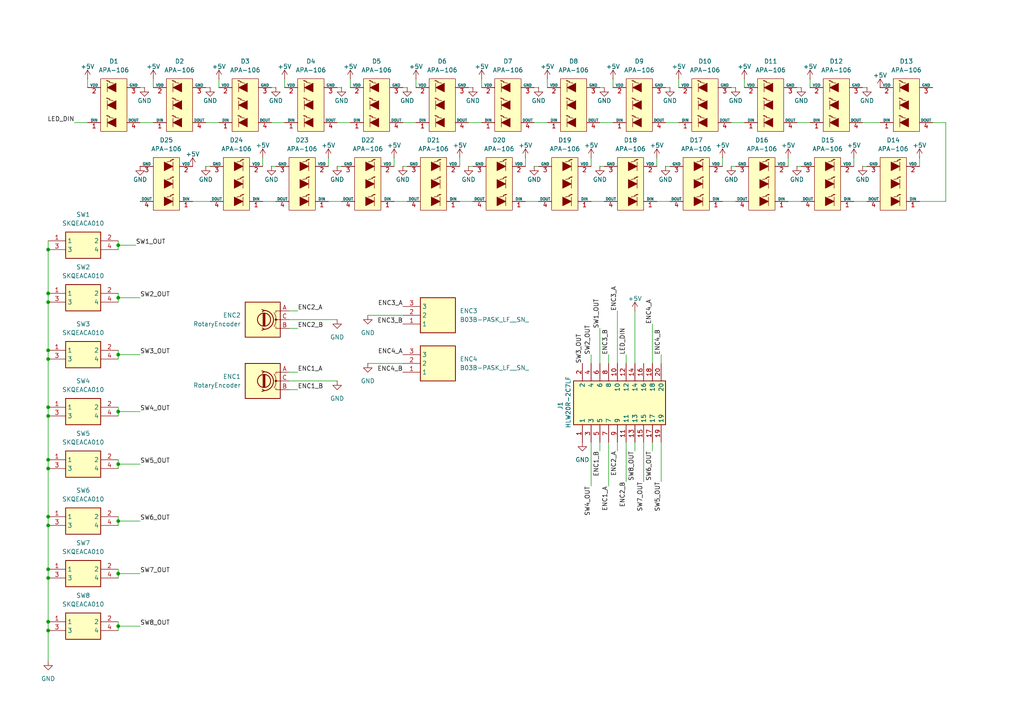
<source format=kicad_sch>
(kicad_sch (version 20250114) (generator "eeschema") (generator_version "9.0")
  (paper "A4")
  (lib_symbols
    (symbol "Device:RotaryEncoder" (pin_names (offset 0.254) (hide yes))
      (property "Reference" "SW" (at 0 6.604 0))
      (property "Value" "RotaryEncoder" (at 0 -6.604 0))
      (symbol "RotaryEncoder_0_1"
        (rectangle (start -5.08 5.08) (end 5.08 -5.08) (stroke (width 0.254)) (fill (type background)))
        (polyline (pts (xy -5.08 2.54) (xy -3.81 2.54) (xy -3.81 2.032)))
        (polyline (pts (xy -5.08 0) (xy -3.81 0) (xy -3.81 -1.016) (xy -3.302 -2.032)))
        (polyline (pts (xy -5.08 -2.54) (xy -3.81 -2.54) (xy -3.81 -2.032)))
        (polyline (pts (xy -4.318 0) (xy -3.81 0) (xy -3.81 1.016) (xy -3.302 2.032)))
        (circle (center -3.81 0) (radius 0.254) (fill (type outline)))
        (polyline (pts (xy -0.635 -1.778) (xy -0.635 1.778)) (stroke (width 0.254)))
        (circle (center -0.381 0) (radius 1.905) (stroke (width 0.254)))
        (polyline (pts (xy -0.381 -1.778) (xy -0.381 1.778)) (stroke (width 0.254)))
        (arc (start -0.381 -2.794) (mid -3.0988 -0.0635) (end -0.381 2.667) (stroke (width 0.254)))
        (polyline (pts (xy -0.127 1.778) (xy -0.127 -1.778)) (stroke (width 0.254)))
        (polyline (pts (xy 0.254 2.921) (xy -0.508 2.667) (xy 0.127 2.286)) (stroke (width 0.254)))
        (polyline (pts (xy 0.254 -3.048) (xy -0.508 -2.794) (xy 0.127 -2.413)) (stroke (width 0.254)))
      )
      (symbol "RotaryEncoder_1_1"
        (pin passive line (at -7.62 2.54 0) (length 2.54) (name "A") (number "A"))
        (pin passive line (at -7.62 0 0) (length 2.54) (name "C") (number "C"))
        (pin passive line (at -7.62 -2.54 0) (length 2.54) (name "B") (number "B"))
      )
    )
    (symbol "SamacSys_Parts:APA-106" (pin_names (offset 0))
      (property "Reference" "D" (at 0 8.89 0))
      (property "Value" "APA-106" (at 0 -8.89 0))
      (symbol "APA-106_0_1"
        (polyline (pts (xy -1.905 6.35) (xy -1.905 3.81) (xy -1.905 3.81)))
        (polyline (pts (xy -1.905 1.27) (xy -1.905 -1.27) (xy -1.905 -1.27)))
        (polyline (pts (xy -1.905 -3.81) (xy -1.905 -6.35) (xy -1.905 -6.35)))
        (polyline (pts (xy -1.651 7.112) (xy -2.159 7.112) (xy -1.651 6.858) (xy -1.651 6.858)))
        (polyline (pts (xy -1.651 2.032) (xy -2.159 2.032) (xy -1.651 1.778) (xy -1.651 1.778)))
        (polyline (pts (xy -1.651 -3.048) (xy -2.159 -3.048) (xy -1.651 -3.302) (xy -1.651 -3.302)))
        (polyline (pts (xy -0.127 6.35) (xy -1.397 6.604) (xy -1.143 6.858) (xy -2.159 7.112) (xy -2.159 7.112) (xy -2.159 7.112)))
        (polyline (pts (xy -0.127 1.27) (xy -1.397 1.524) (xy -1.143 1.778) (xy -2.159 2.032) (xy -2.159 2.032) (xy -2.159 2.032)))
        (polyline (pts (xy -0.127 -3.81) (xy -1.397 -3.556) (xy -1.143 -3.302) (xy -2.159 -3.048) (xy -2.159 -3.048) (xy -2.159 -3.048)))
        (polyline (pts (xy 0.635 6.35) (xy 0.635 3.81) (xy -1.905 5.08) (xy 0.635 6.35) (xy 0.635 6.35) (xy 0.635 6.35)) (fill (type outline)))
        (polyline (pts (xy 0.635 1.27) (xy 0.635 -1.27) (xy -1.905 0) (xy 0.635 1.27) (xy 0.635 1.27) (xy 0.635 1.27)) (fill (type outline)))
        (polyline (pts (xy 0.635 -3.81) (xy 0.635 -6.35) (xy -1.905 -5.08) (xy 0.635 -3.81) (xy 0.635 -3.81) (xy 0.635 -3.81)) (fill (type outline)))
        (rectangle (start 3.81 7.62) (end -3.81 -7.62) (fill (type background)))
      )
      (symbol "APA-106_1_1"
        (pin passive line (at -7.62 5.08 0) (length 3.81) (name "VDD") (number "2"))
        (pin input line (at -7.62 -5.08 0) (length 3.81) (name "DIN") (number "1"))
        (pin passive line (at 7.62 5.08 180) (length 3.81) (name "GND") (number "3"))
        (pin output line (at 7.62 -5.08 180) (length 3.81) (name "DOUT") (number "4"))
      )
    )
    (symbol "SamacSys_Parts:B03B-PASK_LF__SN_"
      (property "Reference" "J" (at 16.51 7.62 0))
      (property "Value" "B03B-PASK_LF__SN_" (at 16.51 5.08 0))
      (symbol "B03B-PASK_LF__SN__1_1"
        (rectangle (start 5.08 2.54) (end 15.24 -7.62) (stroke (width 0.254)) (fill (type background)))
        (pin passive line (at 0 0 0) (length 5.08) (name "3") (number "3"))
        (pin passive line (at 0 -2.54 0) (length 5.08) (name "2") (number "2"))
        (pin passive line (at 0 -5.08 0) (length 5.08) (name "1") (number "1"))
      )
    )
    (symbol "SamacSys_Parts:HLW20R-2C7LF"
      (property "Reference" "J" (at 9.398 7.112 0))
      (property "Value" "HLW20R-2C7LF" (at 4.064 4.826 0))
      (symbol "HLW20R-2C7LF_1_1"
        (rectangle (start 5.08 2.54) (end 17.78 -24.13) (stroke (width 0.254)) (fill (type background)))
        (pin passive line (at 0 0 0) (length 5.08) (name "1") (number "1"))
        (pin passive line (at 0 -2.54 0) (length 5.08) (name "3") (number "3"))
        (pin passive line (at 0 -5.08 0) (length 5.08) (name "5") (number "5"))
        (pin passive line (at 0 -7.62 0) (length 5.08) (name "7") (number "7"))
        (pin passive line (at 0 -10.16 0) (length 5.08) (name "9") (number "9"))
        (pin passive line (at 0 -12.7 0) (length 5.08) (name "11") (number "11"))
        (pin passive line (at 0 -15.24 0) (length 5.08) (name "13") (number "13"))
        (pin passive line (at 0 -17.78 0) (length 5.08) (name "15") (number "15"))
        (pin input line (at 0 -20.32 0) (length 5.08) (name "17") (number "17"))
        (pin input line (at 0 -22.86 0) (length 5.08) (name "19") (number "19"))
        (pin passive line (at 22.86 0 180) (length 5.08) (name "2") (number "2"))
        (pin passive line (at 22.86 -2.54 180) (length 5.08) (name "4") (number "4"))
        (pin passive line (at 22.86 -5.08 180) (length 5.08) (name "6") (number "6"))
        (pin passive line (at 22.86 -7.62 180) (length 5.08) (name "8") (number "8"))
        (pin passive line (at 22.86 -10.16 180) (length 5.08) (name "10") (number "10"))
        (pin passive line (at 22.86 -12.7 180) (length 5.08) (name "12") (number "12"))
        (pin passive line (at 22.86 -15.24 180) (length 5.08) (name "14") (number "14"))
        (pin passive line (at 22.86 -17.78 180) (length 5.08) (name "16") (number "16"))
        (pin input line (at 22.86 -20.32 180) (length 5.08) (name "18") (number "18"))
        (pin input line (at 22.86 -22.86 180) (length 5.08) (name "20") (number "20"))
      )
    )
    (symbol "SamacSys_Parts:SKQEACA010"
      (property "Reference" "SW" (at 8.89 6.35 0))
      (property "Value" "SKQEACA010" (at 4.572 4.318 0))
      (symbol "SKQEACA010_1_1"
        (rectangle (start 5.08 2.54) (end 15.24 -5.08) (stroke (width 0.254)) (fill (type background)))
        (pin passive line (at 0 0 0) (length 5.08) (name "1") (number "1"))
        (pin passive line (at 0 -2.54 0) (length 5.08) (name "3") (number "3"))
        (pin passive line (at 20.32 0 180) (length 5.08) (name "2") (number "2"))
        (pin passive line (at 20.32 -2.54 180) (length 5.08) (name "4") (number "4"))
      )
    )
    (symbol "power:+5V" (power) (pin_numbers (hide yes)) (pin_names (offset 0) (hide yes))
      (property "Value" "+5V" (at 0 3.556 0))
      (symbol "+5V_0_1"
        (polyline (pts (xy -0.762 1.27) (xy 0 2.54)))
        (polyline (pts (xy 0 2.54) (xy 0.762 1.27)))
        (polyline (pts (xy 0 0) (xy 0 2.54)))
      )
      (symbol "+5V_1_1"
        (pin power_in line (at 0 0 90) (length 0) (name "~") (number "1"))
      )
    )
    (symbol "power:GND" (power) (pin_numbers (hide yes)) (pin_names (offset 0) (hide yes))
      (property "Value" "GND" (at 0 -3.81 0))
      (symbol "GND_0_1"
        (polyline (pts (xy 0 0) (xy 0 -1.27) (xy 1.27 -1.27) (xy 0 -2.54) (xy -1.27 -1.27) (xy 0 -1.27)))
      )
      (symbol "GND_1_1"
        (pin power_in line (at 0 0 270) (length 0) (name "~") (number "1"))
      )
    )
  )
  (junction (at 13.97 180.34))
  (junction (at 34.29 102.87))
  (junction (at 13.97 149.86))
  (junction (at 13.97 182.88))
  (junction (at 34.29 71.12))
  (junction (at 13.97 87.63))
  (junction (at 34.29 119.38))
  (junction (at 13.97 101.6))
  (junction (at 13.97 152.4))
  (junction (at 13.97 118.11))
  (junction (at 34.29 86.36))
  (junction (at 13.97 85.09))
  (junction (at 13.97 135.89))
  (junction (at 13.97 165.1))
  (junction (at 13.97 167.64))
  (junction (at 34.29 134.62))
  (junction (at 34.29 151.13))
  (junction (at 13.97 133.35))
  (junction (at 13.97 104.14))
  (junction (at 34.29 181.61))
  (junction (at 13.97 120.65))
  (junction (at 13.97 72.39))
  (junction (at 34.29 166.37))
  (wire (pts (xy 173.99 48.26) (xy 175.26 48.26)))
  (wire (pts (xy 175.26 25.4) (xy 173.99 25.4)))
  (wire (pts (xy 82.55 22.86) (xy 82.55 25.4)))
  (wire (pts (xy 34.29 149.86) (xy 34.29 151.13)))
  (wire (pts (xy 209.55 45.72) (xy 209.55 48.26)))
  (wire (pts (xy 171.45 58.42) (xy 175.26 58.42)))
  (wire (pts (xy 213.36 25.4) (xy 212.09 25.4)))
  (wire (pts (xy 13.97 149.86) (xy 13.97 152.4)))
  (wire (pts (xy 181.61 102.87) (xy 181.61 105.41)))
  (wire (pts (xy 114.3 58.42) (xy 118.11 58.42)))
  (wire (pts (xy 34.29 180.34) (xy 34.29 181.61)))
  (wire (pts (xy 13.97 165.1) (xy 13.97 167.64)))
  (wire (pts (xy 34.29 102.87) (xy 40.64 102.87)))
  (wire (pts (xy 189.23 130.81) (xy 189.23 128.27)))
  (wire (pts (xy 191.77 128.27) (xy 191.77 139.7)))
  (wire (pts (xy 34.29 119.38) (xy 40.64 119.38)))
  (wire (pts (xy 251.46 25.4) (xy 250.19 25.4)))
  (wire (pts (xy 13.97 133.35) (xy 13.97 135.89)))
  (wire (pts (xy 34.29 134.62) (xy 34.29 135.89)))
  (wire (pts (xy 231.14 48.26) (xy 232.41 48.26)))
  (wire (pts (xy 34.29 166.37) (xy 34.29 167.64)))
  (wire (pts (xy 152.4 45.72) (xy 152.4 48.26)))
  (wire (pts (xy 171.45 128.27) (xy 171.45 140.97)))
  (wire (pts (xy 59.69 35.56) (xy 63.5 35.56)))
  (wire (pts (xy 184.15 90.17) (xy 184.15 105.41)))
  (wire (pts (xy 184.15 128.27) (xy 184.15 130.81)))
  (wire (pts (xy 176.53 128.27) (xy 176.53 140.97)))
  (wire (pts (xy 106.68 91.44) (xy 116.84 91.44)))
  (wire (pts (xy 209.55 58.42) (xy 213.36 58.42)))
  (wire (pts (xy 190.5 58.42) (xy 194.31 58.42)))
  (wire (pts (xy 76.2 58.42) (xy 80.01 58.42)))
  (wire (pts (xy 13.97 135.89) (xy 13.97 149.86)))
  (wire (pts (xy 34.29 118.11) (xy 34.29 119.38)))
  (wire (pts (xy 34.29 134.62) (xy 40.64 134.62)))
  (wire (pts (xy 34.29 165.1) (xy 34.29 166.37)))
  (wire (pts (xy 97.79 35.56) (xy 101.6 35.56)))
  (wire (pts (xy 191.77 102.87) (xy 191.77 105.41)))
  (wire (pts (xy 139.7 22.86) (xy 139.7 25.4)))
  (wire (pts (xy 34.29 102.87) (xy 34.29 104.14)))
  (wire (pts (xy 118.11 25.4) (xy 116.84 25.4)))
  (wire (pts (xy 274.32 58.42) (xy 266.7 58.42)))
  (wire (pts (xy 154.94 48.26) (xy 156.21 48.26)))
  (wire (pts (xy 83.82 90.17) (xy 86.36 90.17)))
  (wire (pts (xy 270.51 35.56) (xy 274.32 35.56)))
  (wire (pts (xy 212.09 35.56) (xy 215.9 35.56)))
  (wire (pts (xy 135.89 48.26) (xy 137.16 48.26)))
  (wire (pts (xy 78.74 48.26) (xy 80.01 48.26)))
  (wire (pts (xy 34.29 119.38) (xy 34.29 120.65)))
  (wire (pts (xy 97.79 92.71) (xy 83.82 92.71)))
  (wire (pts (xy 34.29 181.61) (xy 40.64 181.61)))
  (wire (pts (xy 173.99 35.56) (xy 177.8 35.56)))
  (wire (pts (xy 13.97 85.09) (xy 13.97 87.63)))
  (wire (pts (xy 55.88 58.42) (xy 60.96 58.42)))
  (wire (pts (xy 13.97 152.4) (xy 13.97 165.1)))
  (wire (pts (xy 152.4 58.42) (xy 156.21 58.42)))
  (wire (pts (xy 59.69 48.26) (xy 60.96 48.26)))
  (wire (pts (xy 44.45 22.86) (xy 44.45 25.4)))
  (wire (pts (xy 101.6 22.86) (xy 101.6 25.4)))
  (wire (pts (xy 13.97 120.65) (xy 13.97 133.35)))
  (wire (pts (xy 83.82 113.03) (xy 86.36 113.03)))
  (wire (pts (xy 181.61 128.27) (xy 181.61 139.7)))
  (wire (pts (xy 179.07 90.17) (xy 179.07 105.41)))
  (wire (pts (xy 171.45 102.87) (xy 171.45 105.41)))
  (wire (pts (xy 13.97 87.63) (xy 13.97 101.6)))
  (wire (pts (xy 120.65 22.86) (xy 120.65 25.4)))
  (wire (pts (xy 13.97 167.64) (xy 13.97 180.34)))
  (wire (pts (xy 190.5 45.72) (xy 190.5 48.26)))
  (wire (pts (xy 228.6 58.42) (xy 232.41 58.42)))
  (wire (pts (xy 13.97 69.85) (xy 13.97 72.39)))
  (wire (pts (xy 13.97 180.34) (xy 13.97 182.88)))
  (wire (pts (xy 177.8 22.86) (xy 177.8 25.4)))
  (wire (pts (xy 266.7 45.72) (xy 266.7 48.26)))
  (wire (pts (xy 194.31 25.4) (xy 193.04 25.4)))
  (wire (pts (xy 193.04 48.26) (xy 194.31 48.26)))
  (wire (pts (xy 13.97 182.88) (xy 13.97 191.77)))
  (wire (pts (xy 232.41 25.4) (xy 231.14 25.4)))
  (wire (pts (xy 13.97 118.11) (xy 13.97 120.65)))
  (wire (pts (xy 247.65 58.42) (xy 251.46 58.42)))
  (wire (pts (xy 34.29 71.12) (xy 34.29 72.39)))
  (wire (pts (xy 176.53 102.87) (xy 176.53 105.41)))
  (wire (pts (xy 193.04 35.56) (xy 196.85 35.56)))
  (wire (pts (xy 215.9 22.86) (xy 215.9 25.4)))
  (wire (pts (xy 189.23 93.98) (xy 189.23 105.41)))
  (wire (pts (xy 186.69 128.27) (xy 186.69 139.7)))
  (wire (pts (xy 25.4 22.86) (xy 25.4 25.4)))
  (wire (pts (xy 13.97 101.6) (xy 13.97 104.14)))
  (wire (pts (xy 137.16 25.4) (xy 135.89 25.4)))
  (wire (pts (xy 99.06 25.4) (xy 97.79 25.4)))
  (wire (pts (xy 250.19 48.26) (xy 251.46 48.26)))
  (wire (pts (xy 34.29 181.61) (xy 34.29 182.88)))
  (wire (pts (xy 133.35 45.72) (xy 133.35 48.26)))
  (wire (pts (xy 13.97 104.14) (xy 13.97 118.11)))
  (wire (pts (xy 80.01 25.4) (xy 78.74 25.4)))
  (wire (pts (xy 116.84 35.56) (xy 120.65 35.56)))
  (wire (pts (xy 133.35 58.42) (xy 137.16 58.42)))
  (wire (pts (xy 196.85 22.86) (xy 196.85 25.4)))
  (wire (pts (xy 97.79 48.26) (xy 99.06 48.26)))
  (wire (pts (xy 83.82 95.25) (xy 86.36 95.25)))
  (wire (pts (xy 179.07 128.27) (xy 179.07 130.81)))
  (wire (pts (xy 34.29 151.13) (xy 40.64 151.13)))
  (wire (pts (xy 41.91 25.4) (xy 40.64 25.4)))
  (wire (pts (xy 231.14 35.56) (xy 234.95 35.56)))
  (wire (pts (xy 76.2 45.72) (xy 76.2 48.26)))
  (wire (pts (xy 158.75 22.86) (xy 158.75 25.4)))
  (wire (pts (xy 228.6 45.72) (xy 228.6 48.26)))
  (wire (pts (xy 34.29 85.09) (xy 34.29 86.36)))
  (wire (pts (xy 234.95 22.86) (xy 234.95 25.4)))
  (wire (pts (xy 34.29 71.12) (xy 39.37 71.12)))
  (wire (pts (xy 274.32 35.56) (xy 274.32 58.42)))
  (wire (pts (xy 171.45 45.72) (xy 171.45 48.26)))
  (wire (pts (xy 34.29 69.85) (xy 34.29 71.12)))
  (wire (pts (xy 83.82 107.95) (xy 86.36 107.95)))
  (wire (pts (xy 34.29 101.6) (xy 34.29 102.87)))
  (wire (pts (xy 247.65 45.72) (xy 247.65 48.26)))
  (wire (pts (xy 114.3 45.72) (xy 114.3 48.26)))
  (wire (pts (xy 116.84 48.26) (xy 118.11 48.26)))
  (wire (pts (xy 154.94 35.56) (xy 158.75 35.56)))
  (wire (pts (xy 212.09 48.26) (xy 213.36 48.26)))
  (wire (pts (xy 173.99 95.25) (xy 173.99 105.41)))
  (wire (pts (xy 250.19 35.56) (xy 255.27 35.56)))
  (wire (pts (xy 34.29 86.36) (xy 34.29 87.63)))
  (wire (pts (xy 135.89 35.56) (xy 139.7 35.56)))
  (wire (pts (xy 13.97 72.39) (xy 13.97 85.09)))
  (wire (pts (xy 78.74 35.56) (xy 82.55 35.56)))
  (wire (pts (xy 34.29 151.13) (xy 34.29 152.4)))
  (wire (pts (xy 34.29 166.37) (xy 40.64 166.37)))
  (wire (pts (xy 34.29 86.36) (xy 40.64 86.36)))
  (wire (pts (xy 106.68 105.41) (xy 116.84 105.41)))
  (wire (pts (xy 95.25 58.42) (xy 99.06 58.42)))
  (wire (pts (xy 173.99 128.27) (xy 173.99 130.81)))
  (wire (pts (xy 21.59 35.56) (xy 25.4 35.56)))
  (wire (pts (xy 34.29 133.35) (xy 34.29 134.62)))
  (wire (pts (xy 63.5 22.86) (xy 63.5 25.4)))
  (wire (pts (xy 156.21 25.4) (xy 154.94 25.4)))
  (wire (pts (xy 95.25 45.72) (xy 95.25 48.26)))
  (wire (pts (xy 40.64 35.56) (xy 44.45 35.56)))
  (wire (pts (xy 60.96 25.4) (xy 59.69 25.4)))
  (wire (pts (xy 97.79 110.49) (xy 83.82 110.49)))
  (label "SW4_OUT" (at 40.64 119.38 0))
  (label "ENC1_B" (at 86.36 113.03 0))
  (label "ENC4_A" (at 189.23 93.98 90))
  (label "ENC3_A" (at 179.07 90.17 90))
  (label "SW2_OUT" (at 40.64 86.36 0))
  (label "SW3_OUT" (at 168.91 105.41 90))
  (label "SW2_OUT" (at 171.45 102.87 90))
  (label "ENC3_B" (at 176.53 102.87 90))
  (label "SW7_OUT" (at 186.69 139.7 270))
  (label "ENC2_A" (at 86.36 90.17 0))
  (label "SW5_OUT" (at 40.64 134.62 0))
  (label "SW4_OUT" (at 171.45 140.97 270))
  (label "SW1_OUT" (at 39.37 71.12 0))
  (label "SW6_OUT" (at 40.64 151.13 0))
  (label "SW7_OUT" (at 40.64 166.37 0))
  (label "ENC3_B" (at 116.84 93.98 180))
  (label "LED_DIN" (at 21.59 35.56 180))
  (label "ENC1_A" (at 176.53 140.97 270))
  (label "ENC2_B" (at 181.61 139.7 270))
  (label "SW3_OUT" (at 40.64 102.87 0))
  (label "ENC2_B" (at 86.36 95.25 0))
  (label "ENC1_B" (at 173.99 130.81 270))
  (label "ENC4_B" (at 116.84 107.95 180))
  (label "ENC2_A" (at 179.07 130.81 270))
  (label "LED_DIN" (at 181.61 102.87 90))
  (label "SW1_OUT" (at 173.99 95.25 90))
  (label "SW5_OUT" (at 191.77 139.7 270))
  (label "ENC3_A" (at 116.84 88.9 180))
  (label "SW8_OUT" (at 40.64 181.61 0))
  (label "ENC4_B" (at 191.77 102.87 90))
  (label "ENC4_A" (at 116.84 102.87 180))
  (label "ENC1_A" (at 86.36 107.95 0))
  (label "SW8_OUT" (at 184.15 130.81 270))
  (label "SW6_OUT" (at 189.23 130.81 270))
  (symbol (lib_id "power:+5V") (at 266.7 45.72 0) (mirror y) (unit 1)
    (property "Reference" "#PWR027" (effects (hide yes)))
    (property "Value" "+5V" (at 266.7 42.164 0))
    (property "Description" "Power symbol creates a global label with name \"+5V\"" (effects (hide yes)))
  )
  (symbol (lib_id "power:GND") (at 135.89 48.26 0) (mirror y) (unit 1)
    (property "Reference" "#PWR040" (effects (hide yes)))
    (property "Value" "GND" (at 135.89 52.07 0))
    (property "Description" "Power symbol creates a global label with name \"GND\" , ground" (effects (hide yes)))
  )
  (symbol (lib_id "power:+5V") (at 215.9 22.86 0) (unit 1)
    (property "Reference" "#PWR022" (effects (hide yes)))
    (property "Value" "+5V" (at 215.9 19.304 0))
    (property "Description" "Power symbol creates a global label with name \"+5V\"" (effects (hide yes)))
  )
  (symbol (lib_id "power:GND") (at 97.79 48.26 0) (mirror y) (unit 1)
    (property "Reference" "#PWR044" (effects (hide yes)))
    (property "Value" "GND" (at 97.79 52.07 0))
    (property "Description" "Power symbol creates a global label with name \"GND\" , ground" (effects (hide yes)))
  )
  (symbol (lib_id "SamacSys_Parts:APA-106") (at 262.89 30.48 0) (unit 1)
    (property "Reference" "D13" (at 262.89 17.78 0))
    (property "Value" "APA-106" (at 262.89 20.32 0))
    (property "Footprint" "SamacSys_Parts:APA-106-F5" (effects (hide yes)))
  )
  (symbol (lib_id "power:GND") (at 251.46 25.4 0) (unit 1)
    (property "Reference" "#PWR025" (effects (hide yes)))
    (property "Value" "GND" (at 251.46 29.21 0))
    (property "Description" "Power symbol creates a global label with name \"GND\" , ground" (effects (hide yes)))
  )
  (symbol (lib_id "power:GND") (at 106.68 91.44 0) (unit 1)
    (property "Reference" "#PWR058" (effects (hide yes)))
    (property "Value" "GND" (at 106.68 96.52 0))
    (property "Description" "Power symbol creates a global label with name \"GND\" , ground" (effects (hide yes)))
  )
  (symbol (lib_id "SamacSys_Parts:APA-106") (at 68.58 53.34 0) (mirror y) (unit 1)
    (property "Reference" "D24" (at 68.58 40.64 0))
    (property "Value" "APA-106" (at 68.58 43.18 0))
    (property "Footprint" "SamacSys_Parts:APA-106-F5" (effects (hide yes)))
  )
  (symbol (lib_id "power:+5V") (at 95.25 45.72 0) (mirror y) (unit 1)
    (property "Reference" "#PWR045" (effects (hide yes)))
    (property "Value" "+5V" (at 95.25 42.164 0))
    (property "Description" "Power symbol creates a global label with name \"+5V\"" (effects (hide yes)))
  )
  (symbol (lib_id "power:GND") (at 173.99 48.26 0) (mirror y) (unit 1)
    (property "Reference" "#PWR036" (effects (hide yes)))
    (property "Value" "GND" (at 173.99 52.07 0))
    (property "Description" "Power symbol creates a global label with name \"GND\" , ground" (effects (hide yes)))
  )
  (symbol (lib_id "SamacSys_Parts:APA-106") (at 185.42 30.48 0) (unit 1)
    (property "Reference" "D9" (at 185.42 17.78 0))
    (property "Value" "APA-106" (at 185.42 20.32 0))
    (property "Footprint" "SamacSys_Parts:APA-106-F5" (effects (hide yes)))
  )
  (symbol (lib_id "power:+5V") (at 228.6 45.72 0) (mirror y) (unit 1)
    (property "Reference" "#PWR031" (effects (hide yes)))
    (property "Value" "+5V" (at 228.6 42.164 0))
    (property "Description" "Power symbol creates a global label with name \"+5V\"" (effects (hide yes)))
  )
  (symbol (lib_id "power:GND") (at 13.97 191.77 0) (unit 1)
    (property "Reference" "#PWR01" (effects (hide yes)))
    (property "Value" "GND" (at 13.97 196.85 0))
    (property "Description" "Power symbol creates a global label with name \"GND\" , ground" (effects (hide yes)))
  )
  (symbol (lib_id "SamacSys_Parts:SKQEACA010") (at 13.97 133.35 0) (unit 1)
    (property "Reference" "SW5" (at 24.13 125.73 0))
    (property "Value" "SKQEACA010" (at 24.13 128.27 0))
    (property "Footprint" "SamacSys_Parts:SKQEACA010" (effects (hide yes)))
    (property "Datasheet" "https://www.arrow.com/en/products/skqeaca010/alps-electric" (effects (hide yes)))
    (property "Description" "Red Cap Tactile Switch, SPST-NO 50 mA 3mm Snap-In" (effects (hide yes)))
    (property "Height" "7.3" (effects (hide yes)))
    (property "Mouser Part Number" "688-SKQEAC" (effects (hide yes)))
    (property "Mouser Price/Stock" "https://www.mouser.co.uk/ProductDetail/Alps-Alpine/SKQEACA010?qs=N5Jky1br14MVVrV91Vkd0w%3D%3D" (effects (hide yes)))
    (property "Manufacturer_Name" "ALPS Electric" (effects (hide yes)))
    (property "Manufacturer_Part_Number" "SKQEACA010" (effects (hide yes)))
  )
  (symbol (lib_id "SamacSys_Parts:APA-106") (at 182.88 53.34 0) (mirror y) (unit 1)
    (property "Reference" "D18" (at 182.88 40.64 0))
    (property "Value" "APA-106" (at 182.88 43.18 0))
    (property "Footprint" "SamacSys_Parts:APA-106-F5" (effects (hide yes)))
  )
  (symbol (lib_id "SamacSys_Parts:SKQEACA010") (at 13.97 180.34 0) (unit 1)
    (property "Reference" "SW8" (at 24.13 172.72 0))
    (property "Value" "SKQEACA010" (at 24.13 175.26 0))
    (property "Footprint" "SamacSys_Parts:SKQEACA010" (effects (hide yes)))
    (property "Datasheet" "https://www.arrow.com/en/products/skqeaca010/alps-electric" (effects (hide yes)))
    (property "Description" "Red Cap Tactile Switch, SPST-NO 50 mA 3mm Snap-In" (effects (hide yes)))
    (property "Height" "7.3" (effects (hide yes)))
    (property "Mouser Part Number" "688-SKQEAC" (effects (hide yes)))
    (property "Mouser Price/Stock" "https://www.mouser.co.uk/ProductDetail/Alps-Alpine/SKQEACA010?qs=N5Jky1br14MVVrV91Vkd0w%3D%3D" (effects (hide yes)))
    (property "Manufacturer_Name" "ALPS Electric" (effects (hide yes)))
    (property "Manufacturer_Part_Number" "SKQEACA010" (effects (hide yes)))
  )
  (symbol (lib_id "SamacSys_Parts:SKQEACA010") (at 13.97 101.6 0) (unit 1)
    (property "Reference" "SW3" (at 24.13 93.98 0))
    (property "Value" "SKQEACA010" (at 24.13 96.52 0))
    (property "Footprint" "SamacSys_Parts:SKQEACA010" (effects (hide yes)))
    (property "Datasheet" "https://www.arrow.com/en/products/skqeaca010/alps-electric" (effects (hide yes)))
    (property "Description" "Red Cap Tactile Switch, SPST-NO 50 mA 3mm Snap-In" (effects (hide yes)))
    (property "Height" "7.3" (effects (hide yes)))
    (property "Mouser Part Number" "688-SKQEAC" (effects (hide yes)))
    (property "Mouser Price/Stock" "https://www.mouser.co.uk/ProductDetail/Alps-Alpine/SKQEACA010?qs=N5Jky1br14MVVrV91Vkd0w%3D%3D" (effects (hide yes)))
    (property "Manufacturer_Name" "ALPS Electric" (effects (hide yes)))
    (property "Manufacturer_Part_Number" "SKQEACA010" (effects (hide yes)))
  )
  (symbol (lib_id "power:GND") (at 231.14 48.26 0) (mirror y) (unit 1)
    (property "Reference" "#PWR030" (effects (hide yes)))
    (property "Value" "GND" (at 231.14 52.07 0))
    (property "Description" "Power symbol creates a global label with name \"GND\" , ground" (effects (hide yes)))
  )
  (symbol (lib_id "SamacSys_Parts:APA-106") (at 33.02 30.48 0) (unit 1)
    (property "Reference" "D1" (at 33.02 17.78 0))
    (property "Value" "APA-106" (at 33.02 20.32 0))
    (property "Footprint" "SamacSys_Parts:APA-106-F5" (effects (hide yes)))
  )
  (symbol (lib_id "SamacSys_Parts:B03B-PASK_LF__SN_") (at 116.84 102.87 0) (unit 1)
    (property "Reference" "ENC4" (at 133.35 104.1399 0) (effects (justify left)))
    (property "Value" "B03B-PASK_LF__SN_" (at 133.35 106.6799 0) (effects (justify left)))
    (property "Footprint" "SamacSys_Parts:B03BPASKLFSN" (effects (hide yes)))
    (property "Datasheet" "https://datasheet.datasheetarchive.com/originals/dk/DKDS41/DSANUWW0025340.pdf" (effects (hide yes)))
    (property "Description" "Conn Shrouded Header HDR 3 POS 2mm Solder ST Thru-Hole Box" (effects (hide yes)))
    (property "Height" "7.7" (effects (hide yes)))
    (property "Mouser Part Number" "306-B03BPASKLFSN" (effects (hide yes)))
    (property "Mouser Price/Stock" "https://www.mouser.co.uk/ProductDetail/JST-Commercial/B03B-PASKLFSN?qs=QpmGXVUTftHwlNv739vgBQ%3D%3D" (effects (hide yes)))
    (property "Manufacturer_Name" "JST (JAPAN SOLDERLESS TERMINALS)" (effects (hide yes)))
    (property "Manufacturer_Part_Number" "B03B-PASK(LF)(SN)" (effects (hide yes)))
  )
  (symbol (lib_id "power:GND") (at 212.09 48.26 0) (mirror y) (unit 1)
    (property "Reference" "#PWR032" (effects (hide yes)))
    (property "Value" "GND" (at 212.09 52.07 0))
    (property "Description" "Power symbol creates a global label with name \"GND\" , ground" (effects (hide yes)))
  )
  (symbol (lib_id "power:GND") (at 175.26 25.4 0) (unit 1)
    (property "Reference" "#PWR017" (effects (hide yes)))
    (property "Value" "GND" (at 175.26 29.21 0))
    (property "Description" "Power symbol creates a global label with name \"GND\" , ground" (effects (hide yes)))
  )
  (symbol (lib_id "SamacSys_Parts:SKQEACA010") (at 13.97 85.09 0) (unit 1)
    (property "Reference" "SW2" (at 24.13 77.47 0))
    (property "Value" "SKQEACA010" (at 24.13 80.01 0))
    (property "Footprint" "SamacSys_Parts:SKQEACA010" (effects (hide yes)))
    (property "Datasheet" "https://www.arrow.com/en/products/skqeaca010/alps-electric" (effects (hide yes)))
    (property "Description" "Red Cap Tactile Switch, SPST-NO 50 mA 3mm Snap-In" (effects (hide yes)))
    (property "Height" "7.3" (effects (hide yes)))
    (property "Mouser Part Number" "688-SKQEAC" (effects (hide yes)))
    (property "Mouser Price/Stock" "https://www.mouser.co.uk/ProductDetail/Alps-Alpine/SKQEACA010?qs=N5Jky1br14MVVrV91Vkd0w%3D%3D" (effects (hide yes)))
    (property "Manufacturer_Name" "ALPS Electric" (effects (hide yes)))
    (property "Manufacturer_Part_Number" "SKQEACA010" (effects (hide yes)))
  )
  (symbol (lib_id "SamacSys_Parts:APA-106") (at 48.26 53.34 0) (mirror y) (unit 1)
    (property "Reference" "D25" (at 48.26 40.64 0))
    (property "Value" "APA-106" (at 48.26 43.18 0))
    (property "Footprint" "SamacSys_Parts:APA-106-F5" (effects (hide yes)))
  )
  (symbol (lib_id "power:GND") (at 97.79 92.71 0) (unit 1)
    (property "Reference" "#PWR052" (effects (hide yes)))
    (property "Value" "GND" (at 97.79 97.79 0))
    (property "Description" "Power symbol creates a global label with name \"GND\" , ground" (effects (hide yes)))
  )
  (symbol (lib_id "power:GND") (at 97.79 110.49 0) (unit 1)
    (property "Reference" "#PWR051" (effects (hide yes)))
    (property "Value" "GND" (at 97.79 115.57 0))
    (property "Description" "Power symbol creates a global label with name \"GND\" , ground" (effects (hide yes)))
  )
  (symbol (lib_id "power:GND") (at 194.31 25.4 0) (unit 1)
    (property "Reference" "#PWR019" (effects (hide yes)))
    (property "Value" "GND" (at 194.31 29.21 0))
    (property "Description" "Power symbol creates a global label with name \"GND\" , ground" (effects (hide yes)))
  )
  (symbol (lib_id "SamacSys_Parts:B03B-PASK_LF__SN_") (at 116.84 88.9 0) (unit 1)
    (property "Reference" "ENC3" (at 133.35 90.1699 0) (effects (justify left)))
    (property "Value" "B03B-PASK_LF__SN_" (at 133.35 92.7099 0) (effects (justify left)))
    (property "Footprint" "SamacSys_Parts:B03BPASKLFSN" (effects (hide yes)))
    (property "Datasheet" "https://datasheet.datasheetarchive.com/originals/dk/DKDS41/DSANUWW0025340.pdf" (effects (hide yes)))
    (property "Description" "Conn Shrouded Header HDR 3 POS 2mm Solder ST Thru-Hole Box" (effects (hide yes)))
    (property "Height" "7.7" (effects (hide yes)))
    (property "Mouser Part Number" "306-B03BPASKLFSN" (effects (hide yes)))
    (property "Mouser Price/Stock" "https://www.mouser.co.uk/ProductDetail/JST-Commercial/B03B-PASKLFSN?qs=QpmGXVUTftHwlNv739vgBQ%3D%3D" (effects (hide yes)))
    (property "Manufacturer_Name" "JST (JAPAN SOLDERLESS TERMINALS)" (effects (hide yes)))
    (property "Manufacturer_Part_Number" "B03B-PASK(LF)(SN)" (effects (hide yes)))
  )
  (symbol (lib_id "power:+5V") (at 247.65 45.72 0) (mirror y) (unit 1)
    (property "Reference" "#PWR029" (effects (hide yes)))
    (property "Value" "+5V" (at 247.65 42.164 0))
    (property "Description" "Power symbol creates a global label with name \"+5V\"" (effects (hide yes)))
  )
  (symbol (lib_id "SamacSys_Parts:APA-106") (at 52.07 30.48 0) (unit 1)
    (property "Reference" "D2" (at 52.07 17.78 0))
    (property "Value" "APA-106" (at 52.07 20.32 0))
    (property "Footprint" "SamacSys_Parts:APA-106-F5" (effects (hide yes)))
  )
  (symbol (lib_id "power:+5V") (at 133.35 45.72 0) (mirror y) (unit 1)
    (property "Reference" "#PWR041" (effects (hide yes)))
    (property "Value" "+5V" (at 133.35 42.164 0))
    (property "Description" "Power symbol creates a global label with name \"+5V\"" (effects (hide yes)))
  )
  (symbol (lib_id "SamacSys_Parts:SKQEACA010") (at 13.97 118.11 0) (unit 1)
    (property "Reference" "SW4" (at 24.13 110.49 0))
    (property "Value" "SKQEACA010" (at 24.13 113.03 0))
    (property "Footprint" "SamacSys_Parts:SKQEACA010" (effects (hide yes)))
    (property "Datasheet" "https://www.arrow.com/en/products/skqeaca010/alps-electric" (effects (hide yes)))
    (property "Description" "Red Cap Tactile Switch, SPST-NO 50 mA 3mm Snap-In" (effects (hide yes)))
    (property "Height" "7.3" (effects (hide yes)))
    (property "Mouser Part Number" "688-SKQEAC" (effects (hide yes)))
    (property "Mouser Price/Stock" "https://www.mouser.co.uk/ProductDetail/Alps-Alpine/SKQEACA010?qs=N5Jky1br14MVVrV91Vkd0w%3D%3D" (effects (hide yes)))
    (property "Manufacturer_Name" "ALPS Electric" (effects (hide yes)))
    (property "Manufacturer_Part_Number" "SKQEACA010" (effects (hide yes)))
  )
  (symbol (lib_id "power:GND") (at 59.69 48.26 0) (mirror y) (unit 1)
    (property "Reference" "#PWR048" (effects (hide yes)))
    (property "Value" "GND" (at 59.69 52.07 0))
    (property "Description" "Power symbol creates a global label with name \"GND\" , ground" (effects (hide yes)))
  )
  (symbol (lib_id "power:GND") (at 118.11 25.4 0) (unit 1)
    (property "Reference" "#PWR011" (effects (hide yes)))
    (property "Value" "GND" (at 118.11 29.21 0))
    (property "Description" "Power symbol creates a global label with name \"GND\" , ground" (effects (hide yes)))
  )
  (symbol (lib_id "SamacSys_Parts:APA-106") (at 109.22 30.48 0) (unit 1)
    (property "Reference" "D5" (at 109.22 17.78 0))
    (property "Value" "APA-106" (at 109.22 20.32 0))
    (property "Footprint" "SamacSys_Parts:APA-106-F5" (effects (hide yes)))
  )
  (symbol (lib_id "power:GND") (at 80.01 25.4 0) (unit 1)
    (property "Reference" "#PWR07" (effects (hide yes)))
    (property "Value" "GND" (at 80.01 29.21 0))
    (property "Description" "Power symbol creates a global label with name \"GND\" , ground" (effects (hide yes)))
  )
  (symbol (lib_id "power:GND") (at 193.04 48.26 0) (mirror y) (unit 1)
    (property "Reference" "#PWR034" (effects (hide yes)))
    (property "Value" "GND" (at 193.04 52.07 0))
    (property "Description" "Power symbol creates a global label with name \"GND\" , ground" (effects (hide yes)))
  )
  (symbol (lib_id "SamacSys_Parts:APA-106") (at 125.73 53.34 0) (mirror y) (unit 1)
    (property "Reference" "D21" (at 125.73 40.64 0))
    (property "Value" "APA-106" (at 125.73 43.18 0))
    (property "Footprint" "SamacSys_Parts:APA-106-F5" (effects (hide yes)))
  )
  (symbol (lib_id "power:+5V") (at 139.7 22.86 0) (unit 1)
    (property "Reference" "#PWR014" (effects (hide yes)))
    (property "Value" "+5V" (at 139.7 19.304 0))
    (property "Description" "Power symbol creates a global label with name \"+5V\"" (effects (hide yes)))
  )
  (symbol (lib_id "SamacSys_Parts:APA-106") (at 106.68 53.34 0) (mirror y) (unit 1)
    (property "Reference" "D22" (at 106.68 40.64 0))
    (property "Value" "APA-106" (at 106.68 43.18 0))
    (property "Footprint" "SamacSys_Parts:APA-106-F5" (effects (hide yes)))
  )
  (symbol (lib_id "power:+5V") (at 177.8 22.86 0) (unit 1)
    (property "Reference" "#PWR018" (effects (hide yes)))
    (property "Value" "+5V" (at 177.8 19.304 0))
    (property "Description" "Power symbol creates a global label with name \"+5V\"" (effects (hide yes)))
  )
  (symbol (lib_id "power:GND") (at 41.91 25.4 0) (unit 1)
    (property "Reference" "#PWR02" (effects (hide yes)))
    (property "Value" "GND" (at 41.91 29.21 0))
    (property "Description" "Power symbol creates a global label with name \"GND\" , ground" (effects (hide yes)))
  )
  (symbol (lib_id "SamacSys_Parts:APA-106") (at 223.52 30.48 0) (unit 1)
    (property "Reference" "D11" (at 223.52 17.78 0))
    (property "Value" "APA-106" (at 223.52 20.32 0))
    (property "Footprint" "SamacSys_Parts:APA-106-F5" (effects (hide yes)))
  )
  (symbol (lib_id "power:GND") (at 213.36 25.4 0) (unit 1)
    (property "Reference" "#PWR021" (effects (hide yes)))
    (property "Value" "GND" (at 213.36 29.21 0))
    (property "Description" "Power symbol creates a global label with name \"GND\" , ground" (effects (hide yes)))
  )
  (symbol (lib_id "power:+5V") (at 196.85 22.86 0) (unit 1)
    (property "Reference" "#PWR020" (effects (hide yes)))
    (property "Value" "+5V" (at 196.85 19.304 0))
    (property "Description" "Power symbol creates a global label with name \"+5V\"" (effects (hide yes)))
  )
  (symbol (lib_id "power:+5V") (at 255.27 25.4 0) (unit 1)
    (property "Reference" "#PWR053" (effects (hide yes)))
    (property "Value" "+5V" (at 255.27 21.844 0))
    (property "Description" "Power symbol creates a global label with name \"+5V\"" (effects (hide yes)))
  )
  (symbol (lib_id "power:GND") (at 78.74 48.26 0) (mirror y) (unit 1)
    (property "Reference" "#PWR046" (effects (hide yes)))
    (property "Value" "GND" (at 78.74 52.07 0))
    (property "Description" "Power symbol creates a global label with name \"GND\" , ground" (effects (hide yes)))
  )
  (symbol (lib_id "power:GND") (at 156.21 25.4 0) (unit 1)
    (property "Reference" "#PWR015" (effects (hide yes)))
    (property "Value" "GND" (at 156.21 29.21 0))
    (property "Description" "Power symbol creates a global label with name \"GND\" , ground" (effects (hide yes)))
  )
  (symbol (lib_id "SamacSys_Parts:SKQEACA010") (at 13.97 149.86 0) (unit 1)
    (property "Reference" "SW6" (at 24.13 142.24 0))
    (property "Value" "SKQEACA010" (at 24.13 144.78 0))
    (property "Footprint" "SamacSys_Parts:SKQEACA010" (effects (hide yes)))
    (property "Datasheet" "https://www.arrow.com/en/products/skqeaca010/alps-electric" (effects (hide yes)))
    (property "Description" "Red Cap Tactile Switch, SPST-NO 50 mA 3mm Snap-In" (effects (hide yes)))
    (property "Height" "7.3" (effects (hide yes)))
    (property "Mouser Part Number" "688-SKQEAC" (effects (hide yes)))
    (property "Mouser Price/Stock" "https://www.mouser.co.uk/ProductDetail/Alps-Alpine/SKQEACA010?qs=N5Jky1br14MVVrV91Vkd0w%3D%3D" (effects (hide yes)))
    (property "Manufacturer_Name" "ALPS Electric" (effects (hide yes)))
    (property "Manufacturer_Part_Number" "SKQEACA010" (effects (hide yes)))
  )
  (symbol (lib_id "power:GND") (at 250.19 48.26 0) (mirror y) (unit 1)
    (property "Reference" "#PWR028" (effects (hide yes)))
    (property "Value" "GND" (at 250.19 52.07 0))
    (property "Description" "Power symbol creates a global label with name \"GND\" , ground" (effects (hide yes)))
  )
  (symbol (lib_id "power:GND") (at 40.64 48.26 0) (mirror y) (unit 1)
    (property "Reference" "#PWR026" (effects (hide yes)))
    (property "Value" "GND" (at 40.64 52.07 0))
    (property "Description" "Power symbol creates a global label with name \"GND\" , ground" (effects (hide yes)))
  )
  (symbol (lib_id "Device:RotaryEncoder") (at 76.2 110.49 0) (mirror y) (unit 1)
    (property "Reference" "ENC1" (at 69.85 109.2199 0) (effects (justify left)))
    (property "Value" "RotaryEncoder" (at 69.85 111.7599 0) (effects (justify left)))
    (property "Footprint" "SamacSys_Parts:288T Encoder" (effects (hide yes)))
    (property "Description" "Rotary encoder, dual channel, incremental quadrate outputs" (effects (hide yes)))
  )
  (symbol (lib_id "SamacSys_Parts:APA-106") (at 259.08 53.34 0) (mirror y) (unit 1)
    (property "Reference" "D14" (at 259.08 40.64 0))
    (property "Value" "APA-106" (at 259.08 43.18 0))
    (property "Footprint" "SamacSys_Parts:APA-106-F5" (effects (hide yes)))
  )
  (symbol (lib_id "power:+5V") (at 114.3 45.72 0) (mirror y) (unit 1)
    (property "Reference" "#PWR043" (effects (hide yes)))
    (property "Value" "+5V" (at 114.3 42.164 0))
    (property "Description" "Power symbol creates a global label with name \"+5V\"" (effects (hide yes)))
  )
  (symbol (lib_id "SamacSys_Parts:APA-106") (at 201.93 53.34 0) (mirror y) (unit 1)
    (property "Reference" "D17" (at 201.93 40.64 0))
    (property "Value" "APA-106" (at 201.93 43.18 0))
    (property "Footprint" "SamacSys_Parts:APA-106-F5" (effects (hide yes)))
  )
  (symbol (lib_id "SamacSys_Parts:APA-106") (at 240.03 53.34 0) (mirror y) (unit 1)
    (property "Reference" "D15" (at 240.03 40.64 0))
    (property "Value" "APA-106" (at 240.03 43.18 0))
    (property "Footprint" "SamacSys_Parts:APA-106-F5" (effects (hide yes)))
  )
  (symbol (lib_id "power:+5V") (at 101.6 22.86 0) (unit 1)
    (property "Reference" "#PWR010" (effects (hide yes)))
    (property "Value" "+5V" (at 101.6 19.304 0))
    (property "Description" "Power symbol creates a global label with name \"+5V\"" (effects (hide yes)))
  )
  (symbol (lib_id "power:GND") (at 154.94 48.26 0) (mirror y) (unit 1)
    (property "Reference" "#PWR038" (effects (hide yes)))
    (property "Value" "GND" (at 154.94 52.07 0))
    (property "Description" "Power symbol creates a global label with name \"GND\" , ground" (effects (hide yes)))
  )
  (symbol (lib_id "power:GND") (at 106.68 105.41 0) (unit 1)
    (property "Reference" "#PWR055" (effects (hide yes)))
    (property "Value" "GND" (at 106.68 110.49 0))
    (property "Description" "Power symbol creates a global label with name \"GND\" , ground" (effects (hide yes)))
  )
  (symbol (lib_id "power:GND") (at 232.41 25.4 0) (unit 1)
    (property "Reference" "#PWR023" (effects (hide yes)))
    (property "Value" "GND" (at 232.41 29.21 0))
    (property "Description" "Power symbol creates a global label with name \"GND\" , ground" (effects (hide yes)))
  )
  (symbol (lib_id "power:+5V") (at 76.2 45.72 0) (mirror y) (unit 1)
    (property "Reference" "#PWR047" (effects (hide yes)))
    (property "Value" "+5V" (at 76.2 42.164 0))
    (property "Description" "Power symbol creates a global label with name \"+5V\"" (effects (hide yes)))
  )
  (symbol (lib_id "SamacSys_Parts:APA-106") (at 163.83 53.34 0) (mirror y) (unit 1)
    (property "Reference" "D19" (at 163.83 40.64 0))
    (property "Value" "APA-106" (at 163.83 43.18 0))
    (property "Footprint" "SamacSys_Parts:APA-106-F5" (effects (hide yes)))
  )
  (symbol (lib_id "Device:RotaryEncoder") (at 76.2 92.71 0) (mirror y) (unit 1)
    (property "Reference" "ENC2" (at 69.85 91.4399 0) (effects (justify left)))
    (property "Value" "RotaryEncoder" (at 69.85 93.9799 0) (effects (justify left)))
    (property "Footprint" "SamacSys_Parts:288T Encoder" (effects (hide yes)))
    (property "Description" "Rotary encoder, dual channel, incremental quadrate outputs" (effects (hide yes)))
  )
  (symbol (lib_id "SamacSys_Parts:APA-106") (at 71.12 30.48 0) (unit 1)
    (property "Reference" "D3" (at 71.12 17.78 0))
    (property "Value" "APA-106" (at 71.12 20.32 0))
    (property "Footprint" "SamacSys_Parts:APA-106-F5" (effects (hide yes)))
  )
  (symbol (lib_id "power:+5V") (at 82.55 22.86 0) (unit 1)
    (property "Reference" "#PWR08" (effects (hide yes)))
    (property "Value" "+5V" (at 82.55 19.304 0))
    (property "Description" "Power symbol creates a global label with name \"+5V\"" (effects (hide yes)))
  )
  (symbol (lib_id "power:+5V") (at 44.45 22.86 0) (unit 1)
    (property "Reference" "#PWR04" (effects (hide yes)))
    (property "Value" "+5V" (at 44.45 19.304 0))
    (property "Description" "Power symbol creates a global label with name \"+5V\"" (effects (hide yes)))
  )
  (symbol (lib_id "SamacSys_Parts:APA-106") (at 220.98 53.34 0) (mirror y) (unit 1)
    (property "Reference" "D16" (at 220.98 40.64 0))
    (property "Value" "APA-106" (at 220.98 43.18 0))
    (property "Footprint" "SamacSys_Parts:APA-106-F5" (effects (hide yes)))
  )
  (symbol (lib_id "power:+5V") (at 25.4 22.86 0) (unit 1)
    (property "Reference" "#PWR03" (effects (hide yes)))
    (property "Value" "+5V" (at 25.4 19.304 0))
    (property "Description" "Power symbol creates a global label with name \"+5V\"" (effects (hide yes)))
  )
  (symbol (lib_id "power:+5V") (at 234.95 22.86 0) (unit 1)
    (property "Reference" "#PWR024" (effects (hide yes)))
    (property "Value" "+5V" (at 234.95 19.304 0))
    (property "Description" "Power symbol creates a global label with name \"+5V\"" (effects (hide yes)))
  )
  (symbol (lib_id "SamacSys_Parts:APA-106") (at 166.37 30.48 0) (unit 1)
    (property "Reference" "D8" (at 166.37 17.78 0))
    (property "Value" "APA-106" (at 166.37 20.32 0))
    (property "Footprint" "SamacSys_Parts:APA-106-F5" (effects (hide yes)))
  )
  (symbol (lib_id "power:GND") (at 137.16 25.4 0) (unit 1)
    (property "Reference" "#PWR013" (effects (hide yes)))
    (property "Value" "GND" (at 137.16 29.21 0))
    (property "Description" "Power symbol creates a global label with name \"GND\" , ground" (effects (hide yes)))
  )
  (symbol (lib_id "power:GND") (at 60.96 25.4 0) (unit 1)
    (property "Reference" "#PWR05" (effects (hide yes)))
    (property "Value" "GND" (at 60.96 29.21 0))
    (property "Description" "Power symbol creates a global label with name \"GND\" , ground" (effects (hide yes)))
  )
  (symbol (lib_id "power:+5V") (at 120.65 22.86 0) (unit 1)
    (property "Reference" "#PWR012" (effects (hide yes)))
    (property "Value" "+5V" (at 120.65 19.304 0))
    (property "Description" "Power symbol creates a global label with name \"+5V\"" (effects (hide yes)))
  )
  (symbol (lib_id "SamacSys_Parts:APA-106") (at 147.32 30.48 0) (unit 1)
    (property "Reference" "D7" (at 147.32 17.78 0))
    (property "Value" "APA-106" (at 147.32 20.32 0))
    (property "Footprint" "SamacSys_Parts:APA-106-F5" (effects (hide yes)))
  )
  (symbol (lib_id "power:+5V") (at 171.45 45.72 0) (mirror y) (unit 1)
    (property "Reference" "#PWR037" (effects (hide yes)))
    (property "Value" "+5V" (at 171.45 42.164 0))
    (property "Description" "Power symbol creates a global label with name \"+5V\"" (effects (hide yes)))
  )
  (symbol (lib_id "power:+5V") (at 63.5 22.86 0) (unit 1)
    (property "Reference" "#PWR06" (effects (hide yes)))
    (property "Value" "+5V" (at 63.5 19.304 0))
    (property "Description" "Power symbol creates a global label with name \"+5V\"" (effects (hide yes)))
  )
  (symbol (lib_id "SamacSys_Parts:APA-106") (at 90.17 30.48 0) (unit 1)
    (property "Reference" "D4" (at 90.17 17.78 0))
    (property "Value" "APA-106" (at 90.17 20.32 0))
    (property "Footprint" "SamacSys_Parts:APA-106-F5" (effects (hide yes)))
  )
  (symbol (lib_id "SamacSys_Parts:APA-106") (at 144.78 53.34 0) (mirror y) (unit 1)
    (property "Reference" "D20" (at 144.78 40.64 0))
    (property "Value" "APA-106" (at 144.78 43.18 0))
    (property "Footprint" "SamacSys_Parts:APA-106-F5" (effects (hide yes)))
  )
  (symbol (lib_id "power:GND") (at 168.91 128.27 0) (unit 1)
    (property "Reference" "#PWR056" (effects (hide yes)))
    (property "Value" "GND" (at 168.91 133.35 0))
    (property "Description" "Power symbol creates a global label with name \"GND\" , ground" (effects (hide yes)))
  )
  (symbol (lib_id "SamacSys_Parts:APA-106") (at 87.63 53.34 0) (mirror y) (unit 1)
    (property "Reference" "D23" (at 87.63 40.64 0))
    (property "Value" "APA-106" (at 87.63 43.18 0))
    (property "Footprint" "SamacSys_Parts:APA-106-F5" (effects (hide yes)))
  )
  (symbol (lib_id "power:+5V") (at 184.15 90.17 0) (unit 1)
    (property "Reference" "#PWR059" (effects (hide yes)))
    (property "Value" "+5V" (at 184.15 86.614 0))
    (property "Description" "Power symbol creates a global label with name \"+5V\"" (effects (hide yes)))
  )
  (symbol (lib_id "power:GND") (at 99.06 25.4 0) (unit 1)
    (property "Reference" "#PWR09" (effects (hide yes)))
    (property "Value" "GND" (at 99.06 29.21 0))
    (property "Description" "Power symbol creates a global label with name \"GND\" , ground" (effects (hide yes)))
  )
  (symbol (lib_id "power:GND") (at 116.84 48.26 0) (mirror y) (unit 1)
    (property "Reference" "#PWR042" (effects (hide yes)))
    (property "Value" "GND" (at 116.84 52.07 0))
    (property "Description" "Power symbol creates a global label with name \"GND\" , ground" (effects (hide yes)))
  )
  (symbol (lib_id "power:+5V") (at 55.88 48.26 0) (mirror y) (unit 1)
    (property "Reference" "#PWR054" (effects (hide yes)))
    (property "Value" "+5V" (at 55.88 44.704 0))
    (property "Description" "Power symbol creates a global label with name \"+5V\"" (effects (hide yes)))
  )
  (symbol (lib_id "power:+5V") (at 158.75 22.86 0) (unit 1)
    (property "Reference" "#PWR016" (effects (hide yes)))
    (property "Value" "+5V" (at 158.75 19.304 0))
    (property "Description" "Power symbol creates a global label with name \"+5V\"" (effects (hide yes)))
  )
  (symbol (lib_id "SamacSys_Parts:APA-106") (at 128.27 30.48 0) (unit 1)
    (property "Reference" "D6" (at 128.27 17.78 0))
    (property "Value" "APA-106" (at 128.27 20.32 0))
    (property "Footprint" "SamacSys_Parts:APA-106-F5" (effects (hide yes)))
  )
  (symbol (lib_id "SamacSys_Parts:APA-106") (at 242.57 30.48 0) (unit 1)
    (property "Reference" "D12" (at 242.57 17.78 0))
    (property "Value" "APA-106" (at 242.57 20.32 0))
    (property "Footprint" "SamacSys_Parts:APA-106-F5" (effects (hide yes)))
  )
  (symbol (lib_id "power:+5V") (at 209.55 45.72 0) (mirror y) (unit 1)
    (property "Reference" "#PWR033" (effects (hide yes)))
    (property "Value" "+5V" (at 209.55 42.164 0))
    (property "Description" "Power symbol creates a global label with name \"+5V\"" (effects (hide yes)))
  )
  (symbol (lib_id "power:+5V") (at 190.5 45.72 0) (mirror y) (unit 1)
    (property "Reference" "#PWR035" (effects (hide yes)))
    (property "Value" "+5V" (at 190.5 42.164 0))
    (property "Description" "Power symbol creates a global label with name \"+5V\"" (effects (hide yes)))
  )
  (symbol (lib_id "SamacSys_Parts:APA-106") (at 204.47 30.48 0) (unit 1)
    (property "Reference" "D10" (at 204.47 17.78 0))
    (property "Value" "APA-106" (at 204.47 20.32 0))
    (property "Footprint" "SamacSys_Parts:APA-106-F5" (effects (hide yes)))
  )
  (symbol (lib_id "SamacSys_Parts:SKQEACA010") (at 13.97 69.85 0) (unit 1)
    (property "Reference" "SW1" (at 24.13 62.23 0))
    (property "Value" "SKQEACA010" (at 24.13 64.77 0))
    (property "Footprint" "SamacSys_Parts:SKQEACA010" (effects (hide yes)))
    (property "Datasheet" "https://www.arrow.com/en/products/skqeaca010/alps-electric" (effects (hide yes)))
    (property "Description" "Red Cap Tactile Switch, SPST-NO 50 mA 3mm Snap-In" (effects (hide yes)))
    (property "Height" "7.3" (effects (hide yes)))
    (property "Mouser Part Number" "688-SKQEAC" (effects (hide yes)))
    (property "Mouser Price/Stock" "https://www.mouser.co.uk/ProductDetail/Alps-Alpine/SKQEACA010?qs=N5Jky1br14MVVrV91Vkd0w%3D%3D" (effects (hide yes)))
    (property "Manufacturer_Name" "ALPS Electric" (effects (hide yes)))
    (property "Manufacturer_Part_Number" "SKQEACA010" (effects (hide yes)))
  )
  (symbol (lib_id "SamacSys_Parts:HLW20R-2C7LF") (at 168.91 128.27 90) (unit 1)
    (property "Reference" "J1" (at 161.798 118.872 0) (effects (justify left top)))
    (property "Value" "HLW20R-2C7LF" (at 164.084 124.206 0) (effects (justify left top)))
    (property "Footprint" "SamacSys_Parts:AMPHENOL_HLW20R-2C7LF" (effects (hide yes)))
    (property "Datasheet" "https://cdn.amphenol-cs.com/media/wysiwyg/files/drawing/hlw01lf.pdf" (effects (hide yes)))
    (property "Description" "FFC & FPC Connectors 1.00mm Flex Connectors, HLW-R series, 16 Position, Side Entry Non-ZIF Connector, 1mm (0.039inch) Pitch, Kinked Terminal" (effects (hide yes)))
    (property "Height" "4.1" (effects (hide yes)))
    (property "Mouser Part Number" "649-HLW16R-2C7LF" (effects (hide yes)))
    (property "Mouser Price/Stock" "https://www.mouser.co.uk/ProductDetail/Amphenol-FCI/HLW16R-2C7LF?qs=1Qbx6cv8UfXed2WxfKfS6A%3D%3D" (effects (hide yes)))
    (property "Manufacturer_Name" "Amphenol" (effects (hide yes)))
    (property "Manufacturer_Part_Number" "HLW16R-2C7LF" (effects (hide yes)))
  )
  (symbol (lib_id "power:+5V") (at 152.4 45.72 0) (mirror y) (unit 1)
    (property "Reference" "#PWR039" (effects (hide yes)))
    (property "Value" "+5V" (at 152.4 42.164 0))
    (property "Description" "Power symbol creates a global label with name \"+5V\"" (effects (hide yes)))
  )
  (symbol (lib_id "SamacSys_Parts:SKQEACA010") (at 13.97 165.1 0) (unit 1)
    (property "Reference" "SW7" (at 24.13 157.48 0))
    (property "Value" "SKQEACA010" (at 24.13 160.02 0))
    (property "Footprint" "SamacSys_Parts:SKQEACA010" (effects (hide yes)))
    (property "Datasheet" "https://www.arrow.com/en/products/skqeaca010/alps-electric" (effects (hide yes)))
    (property "Description" "Red Cap Tactile Switch, SPST-NO 50 mA 3mm Snap-In" (effects (hide yes)))
    (property "Height" "7.3" (effects (hide yes)))
    (property "Mouser Part Number" "688-SKQEAC" (effects (hide yes)))
    (property "Mouser Price/Stock" "https://www.mouser.co.uk/ProductDetail/Alps-Alpine/SKQEACA010?qs=N5Jky1br14MVVrV91Vkd0w%3D%3D" (effects (hide yes)))
    (property "Manufacturer_Name" "ALPS Electric" (effects (hide yes)))
    (property "Manufacturer_Part_Number" "SKQEACA010" (effects (hide yes)))
  )
)
</source>
